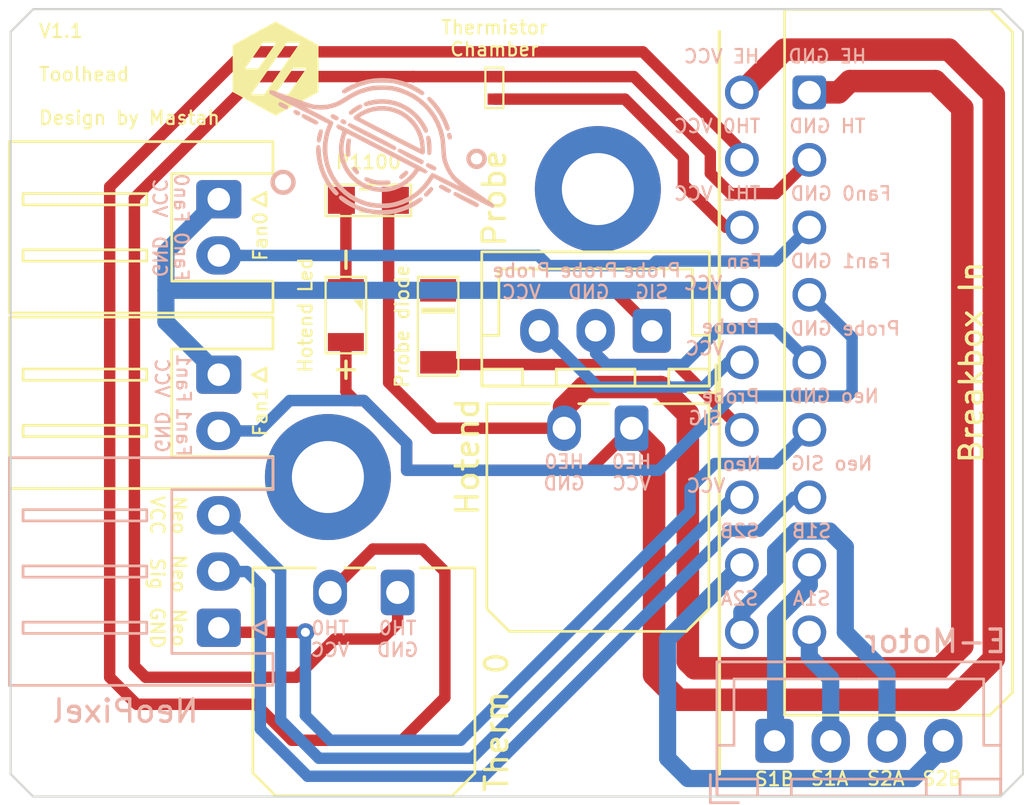
<source format=kicad_pcb>
(kicad_pcb (version 20211014) (generator pcbnew)
  (layers (0 "F.Cu" signal) (31 "B.Cu" signal) (34 "B.Paste" user) (35 "F.Paste" user) (36 "B.SilkS" user "B.Silkscreen") (37 "F.SilkS" user "F.Silkscreen") (38 "B.Mask" user) (39 "F.Mask" user) (44 "Edge.Cuts" user))
  (net 0 "")
  (footprint "voron_logo:voron_logo_5x5_negatif" (layer "F.Cu") (at 31.8 22.6)
    (fp_text reference "G***" hide)
    (fp_text value "LOGO" hide)
  )
  (footprint "voron_diode:BAS85,135" (layer "F.Cu") (at 39 34.1 -90)
    (fp_text reference "Probe filter diode" hide)
    (fp_text value "BAS85,135" hide)
    (pad "1" smd rect (at -1.6 0 270) (size 1 1.6) (layers "F.Cu" "F.Paste" "F.Mask"))
    (pad "2" smd rect (at 1.6 0 270) (size 1 1.6) (layers "F.Cu" "F.Paste" "F.Mask"))
  )
  (footprint "voron_resistor:CR0805-FX-1101ELF" (layer "F.Cu") (at 35.9 28.5)
    (fp_text reference "R1100" (at 0 -1.7 unlocked) (layer "F.SilkS") (effects (font (size 0.6 0.6) (thickness 0.1))))
    (fp_text value "CR0805-FX-1101ELF" hide)
    (pad "1" smd rect (at -1.2 0) (size 1.2 1.2) (layers "F.Cu" "F.Paste" "F.Mask"))
    (pad "2" smd rect (at 1.2 0) (size 1.2 1.2) (layers "F.Cu" "F.Paste" "F.Mask"))
  )
  (footprint "voron_led:150302RS73100" (layer "F.Cu") (at 34.9 33.6 90)
    (fp_text reference "Hotend Led" (at 0 -1.8 90 unlocked) (layer "F.SilkS") (effects (font (size 0.6 0.6) (thickness 0.1))))
    (fp_text value "150302RS73100" hide)
    (fp_text user "+" (at -2.43 -0.07 90 unlocked) (layer "F.SilkS"))
    (fp_text user "-" (at 2.46 -0.07 90 unlocked) (layer "F.SilkS"))
    (pad "1" smd rect (at -1.2 0 90) (size 0.8 1.6) (layers "F.Cu" "F.Paste" "F.Mask"))
    (pad "2" smd rect (at 1.2 0 90) (size 0.8 1.6) (layers "F.Cu" "F.Paste" "F.Mask"))
  )
  (footprint "Connector_JST:JST_XH_S2B-XH-A_1x02_P2.50mm_Horizontal" (layer "F.Cu") (at 29.25 36.25 -90)
    (fp_text reference "Fan1" (at 1.65 -1.85 90) (layer "F.SilkS") (effects (font (size 0.6 0.6) (thickness 0.1))))
    (fp_text value "JST_XH_S2B-XH-A_1x02_P2.50mm_Horizontal" hide)
    (pad "1" thru_hole roundrect (at 0 0 270) (size 1.7 2) (drill 1) (layers *.Cu *.Mask) (roundrect_rratio 0.1470588235))
    (pad "2" thru_hole oval (at 2.5 0 270) (size 1.7 2) (drill 1) (layers *.Cu *.Mask))
  )
  (footprint "Connector_Molex:Molex_Micro-Fit_3.0_43650-0200_1x02_P3.00mm_Horizontal" (layer "F.Cu") (at 47.6 38.63 180)
    (fp_text reference "Hotend" (at 7.3 -1.27 270) (layer "F.SilkS"))
    (fp_text value "Molex_Micro-Fit_3.0_43650-0200_1x02_P3.00mm_Horizontal" hide)
    (pad "" np_thru_hole circle (at 1.5 -4.32 180) (size 3 3) (drill 3) (layers *.Cu *.Mask))
    (pad "1" thru_hole roundrect (at 0 0 180) (size 1.5 2.02) (drill 1.02) (layers *.Cu *.Mask) (roundrect_rratio 0.1666673333))
    (pad "2" thru_hole oval (at 3 0 180) (size 1.5 2.02) (drill 1.02) (layers *.Cu *.Mask))
  )
  (footprint "MountingHole:MountingHole_3.2mm_M3_DIN965_Pad" (layer "F.Cu") (at 34.1 40.8)
    (fp_text reference "REF**" hide)
    (fp_text value "MountingHole_3.2mm_M3_DIN965_Pad" hide)
    (pad "1" thru_hole circle (at 0 0) (size 5.6 5.6) (drill 3.2) (layers *.Cu *.Mask))
  )
  (footprint "MountingHole:MountingHole_3.2mm_M3_DIN965_Pad" (layer "F.Cu") (at 46.1 28)
    (fp_text reference "REF**" hide)
    (fp_text value "MountingHole_3.2mm_M3_DIN965_Pad" hide)
    (pad "1" thru_hole circle (at 0 0) (size 5.6 5.6) (drill 3.2) (layers *.Cu *.Mask))
  )
  (footprint "Connector_JST:JST_XH_B3B-XH-A_1x03_P2.50mm_Vertical" (layer "F.Cu") (at 48.5 34.3 180)
    (fp_text reference "Probe" (at 7 5.9 270) (layer "F.SilkS"))
    (fp_text value "JST_XH_B3B-XH-A_1x03_P2.50mm_Vertical" hide)
    (pad "1" thru_hole roundrect (at 0 0 180) (size 1.7 1.95) (drill 0.95) (layers *.Cu *.Mask) (roundrect_rratio 0.1470588235))
    (pad "2" thru_hole oval (at 2.5 0 180) (size 1.7 1.95) (drill 0.95) (layers *.Cu *.Mask))
    (pad "3" thru_hole oval (at 5 0 180) (size 1.7 1.95) (drill 0.95) (layers *.Cu *.Mask))
  )
  (footprint "Connector_JST:JST_XH_S2B-XH-A_1x02_P2.50mm_Horizontal" (layer "F.Cu") (at 29.25 28.45 -90)
    (fp_text reference "Fan0" (at 1.65 -1.85 90) (layer "F.SilkS") (effects (font (size 0.6 0.6) (thickness 0.1))))
    (fp_text value "JST_XH_S2B-XH-A_1x02_P2.50mm_Horizontal" hide)
    (pad "1" thru_hole roundrect (at 0 0 270) (size 1.7 2) (drill 1) (layers *.Cu *.Mask) (roundrect_rratio 0.1470588235))
    (pad "2" thru_hole oval (at 2.5 0 270) (size 1.7 2) (drill 1) (layers *.Cu *.Mask))
  )
  (footprint "voron_thermistor:NTCS0402E3104FHT" (layer "F.Cu") (at 41.5 23.5 -90)
    (fp_text reference "Thermistor Chamber" hide)
    (fp_text value "NTCS0402E3104FHT" hide)
    (pad "1" smd rect (at -0.5015 -0.001 270) (size 0.5 0.6) (layers "F.Cu" "F.Paste" "F.Mask"))
    (pad "2" smd rect (at 0.5 0 270) (size 0.5 0.6) (layers "F.Cu" "F.Paste" "F.Mask"))
  )
  (footprint "Connector_Molex:Molex_Micro-Fit_3.0_43650-0200_1x02_P3.00mm_Horizontal" (layer "F.Cu") (at 37.2 45.93 180)
    (fp_text reference "Therm 0" (at -4.4 -5.77 270) (layer "F.SilkS"))
    (fp_text value "Molex_Micro-Fit_3.0_43650-0200_1x02_P3.00mm_Horizontal" hide)
    (pad "" np_thru_hole circle (at 1.5 -4.32 180) (size 3 3) (drill 3) (layers *.Cu *.Mask))
    (pad "1" thru_hole roundrect (at 0 0 180) (size 1.5 2.02) (drill 1.02) (layers *.Cu *.Mask) (roundrect_rratio 0.1666673333))
    (pad "2" thru_hole oval (at 3 0 180) (size 1.5 2.02) (drill 1.02) (layers *.Cu *.Mask))
  )
  (footprint "Connector_Molex:Molex_Micro-Fit_3.0_43045-1800_2x09_P3.00mm_Horizontal" (layer "F.Cu") (at 55.5 23.7 -90)
    (fp_text reference "Breakbox In" (at 12 -7.2 90) (layer "F.SilkS"))
    (fp_text value "Molex_Micro-Fit_3.0_43045-1800_2x09_P3.00mm_Horizontal" hide)
    (pad "" np_thru_hole circle (at 2.16 -4.32 270) (size 3 3) (drill 3) (layers *.Cu *.Mask))
    (pad "" np_thru_hole circle (at 21.86 -4.32 270) (size 3 3) (drill 3) (layers *.Cu *.Mask))
    (pad "1" thru_hole roundrect (at 0 0 270) (size 1.5 1.5) (drill 1.02) (layers *.Cu *.Mask) (roundrect_rratio 0.1666673333))
    (pad "2" thru_hole circle (at 3 0 270) (size 1.5 1.5) (drill 1.02) (layers *.Cu *.Mask))
    (pad "3" thru_hole circle (at 6 0 270) (size 1.5 1.5) (drill 1.02) (layers *.Cu *.Mask))
    (pad "4" thru_hole circle (at 9 0 270) (size 1.5 1.5) (drill 1.02) (layers *.Cu *.Mask))
    (pad "5" thru_hole circle (at 12 0 270) (size 1.5 1.5) (drill 1.02) (layers *.Cu *.Mask))
    (pad "6" thru_hole circle (at 15 0 270) (size 1.5 1.5) (drill 1.02) (layers *.Cu *.Mask))
    (pad "7" thru_hole circle (at 18 0 270) (size 1.5 1.5) (drill 1.02) (layers *.Cu *.Mask))
    (pad "8" thru_hole circle (at 21 0 270) (size 1.5 1.5) (drill 1.02) (layers *.Cu *.Mask))
    (pad "9" thru_hole circle (at 24 0 270) (size 1.5 1.5) (drill 1.02) (layers *.Cu *.Mask))
    (pad "10" thru_hole circle (at 0 3 270) (size 1.5 1.5) (drill 1.02) (layers *.Cu *.Mask))
    (pad "11" thru_hole circle (at 3 3 270) (size 1.5 1.5) (drill 1.02) (layers *.Cu *.Mask))
    (pad "12" thru_hole circle (at 6 3 270) (size 1.5 1.5) (drill 1.02) (layers *.Cu *.Mask))
    (pad "13" thru_hole circle (at 9 3 270) (size 1.5 1.5) (drill 1.02) (layers *.Cu *.Mask))
    (pad "14" thru_hole circle (at 12 3 270) (size 1.5 1.5) (drill 1.02) (layers *.Cu *.Mask))
    (pad "15" thru_hole circle (at 15 3 270) (size 1.5 1.5) (drill 1.02) (layers *.Cu *.Mask))
    (pad "16" thru_hole circle (at 18 3 270) (size 1.5 1.5) (drill 1.02) (layers *.Cu *.Mask))
    (pad "17" thru_hole circle (at 21 3 270) (size 1.5 1.5) (drill 1.02) (layers *.Cu *.Mask))
    (pad "18" thru_hole circle (at 24 3 270) (size 1.5 1.5) (drill 1.02) (layers *.Cu *.Mask))
  )
  (footprint "Connector_JST:JST_XH_S3B-XH-A_1x03_P2.50mm_Horizontal" (layer "B.Cu") (at 29.25 47.5 90)
    (fp_text reference "NeoPixel" (at -3.7 -4.15 180) (layer "B.SilkS") (effects (justify mirror)))
    (fp_text value "JST_XH_S3B-XH-A_1x03_P2.50mm_Horizontal" hide)
    (pad "1" thru_hole roundrect (at 0 0 90) (size 1.7 1.95) (drill 0.95) (layers *.Cu *.Mask) (roundrect_rratio 0.1470588235))
    (pad "2" thru_hole oval (at 2.5 0 90) (size 1.7 1.95) (drill 0.95) (layers *.Cu *.Mask))
    (pad "3" thru_hole oval (at 5 0 90) (size 1.7 1.95) (drill 0.95) (layers *.Cu *.Mask))
  )
  (footprint "voron_logo:black_hole_10x10" (layer "B.Cu") (at 36.5 26.1 180)
    (fp_text reference "G***" hide)
    (fp_text value "LOGO" hide)
  )
  (footprint "Connector_JST:JST_XH_B4B-XH-A_1x04_P2.50mm_Vertical" (layer "B.Cu") (at 53.95 52.525)
    (fp_text reference "E-Motor" (at 7.15 -4.425) (layer "B.SilkS") (effects (justify mirror)))
    (fp_text value "JST_XH_B4B-XH-A_1x04_P2.50mm_Vertical" hide)
    (pad "1" thru_hole roundrect (at 0 0) (size 1.7 1.95) (drill 0.95) (layers *.Cu *.Mask) (roundrect_rratio 0.1470588235))
    (pad "2" thru_hole oval (at 2.5 0) (size 1.7 1.95) (drill 0.95) (layers *.Cu *.Mask))
    (pad "3" thru_hole oval (at 5 0) (size 1.7 1.95) (drill 0.95) (layers *.Cu *.Mask))
    (pad "4" thru_hole oval (at 7.5 0) (size 1.7 1.95) (drill 0.95) (layers *.Cu *.Mask))
  )
  (gr_line (start 51.5 21) (end 51.5 54) (layer "F.SilkS") (width 0.15))
  (gr_line (start 20 21) (end 20 54) (layer "Edge.Cuts") (width 0.1))
  (gr_line (start 20 21) (end 21 20) (layer "Edge.Cuts") (width 0.1))
  (gr_line (start 64 55) (end 21 55) (layer "Edge.Cuts") (width 0.1))
  (gr_line (start 64 20) (end 65 21) (layer "Edge.Cuts") (width 0.1))
  (gr_line (start 20 54) (end 21 55) (layer "Edge.Cuts") (width 0.1))
  (gr_line (start 64 20) (end 21 20) (layer "Edge.Cuts") (width 0.1))
  (gr_line (start 65 21) (end 65 54) (layer "Edge.Cuts") (width 0.1))
  (gr_line (start 65 54) (end 64 55) (layer "Edge.Cuts") (width 0.1))
  (gr_text "Probe GND" (at 57.1 34.2) (layer "B.SilkS") (effects (font (size 0.6 0.6) (thickness 0.1)) (justify mirror)))
  (gr_text "Neo SIG" (at 56.5 40.2) (layer "B.SilkS") (effects (font (size 0.6 0.6) (thickness 0.1)) (justify mirror)))
  (gr_text "Fan\n        VCC" (at 52.6 31.7) (layer "B.SilkS") (effects (font (size 0.6 0.6) (thickness 0.1)) (justify mirror)))
  (gr_text "TH GND" (at 56.3 25.2) (layer "B.SilkS") (effects (font (size 0.6 0.6) (thickness 0.1)) (justify mirror)))
  (gr_text "S1B" (at 55.6 43.2) (layer "B.SilkS") (effects (font (size 0.6 0.6) (thickness 0.1)) (justify mirror)))
  (gr_text "TH0\nVCC" (at 34.2 48) (layer "B.SilkS") (effects (font (size 0.6 0.6) (thickness 0.1)) (justify mirror)))
  (gr_text "Neo GND" (at 56.6 37.2) (layer "B.SilkS") (effects (font (size 0.6 0.6) (thickness 0.1)) (justify mirror)))
  (gr_text "Fan0 GND" (at 56.9 28.2) (layer "B.SilkS") (effects (font (size 0.6 0.6) (thickness 0.1)) (justify mirror)))
  (gr_text "Fan1 GND" (at 56.9 31.2) (layer "B.SilkS") (effects (font (size 0.6 0.6) (thickness 0.1)) (justify mirror)))
  (gr_text "Fan1\nGND" (at 27.2 38.8 -90) (layer "B.SilkS") (effects (font (size 0.6 0.6) (thickness 0.1)) (justify mirror)))
  (gr_text "HE0\nVCC" (at 47.6 40.6) (layer "B.SilkS") (effects (font (size 0.6 0.6) (thickness 0.1)) (justify mirror)))
  (gr_text "HE GND" (at 56.3 22.1) (layer "B.SilkS") (effects (font (size 0.6 0.6) (thickness 0.1)) (justify mirror)))
  (gr_text "S2A" (at 52.4 46.2) (layer "B.SilkS") (effects (font (size 0.6 0.6) (thickness 0.1)) (justify mirror)))
  (gr_text "Probe\nSIG" (at 48.5 32.1) (layer "B.SilkS") (effects (font (size 0.6 0.6) (thickness 0.1)) (justify mirror)))
  (gr_text "Probe\n     VCC" (at 52 34.6) (layer "B.SilkS") (effects (font (size 0.6 0.6) (thickness 0.1)) (justify mirror)))
  (gr_text "Probe\nVCC" (at 42.7 32.1) (layer "B.SilkS") (effects (font (size 0.6 0.6) (thickness 0.1)) (justify mirror)))
  (gr_text "S2B" (at 52.4 43.2) (layer "B.SilkS") (effects (font (size 0.6 0.6) (thickness 0.1)) (justify mirror)))
  (gr_text "HE VCC" (at 51.6 22.1) (layer "B.SilkS") (effects (font (size 0.6 0.6) (thickness 0.1)) (justify mirror)))
  (gr_text "Neo\n       VCC" (at 52.5 40.7) (layer "B.SilkS") (effects (font (size 0.6 0.6) (thickness 0.1)) (justify mirror)))
  (gr_text "TH1 VCC" (at 51.4 28.2) (layer "B.SilkS") (effects (font (size 0.6 0.6) (thickness 0.1)) (justify mirror)))
  (gr_text "Probe\nGND" (at 45.7 32.1) (layer "B.SilkS") (effects (font (size 0.6 0.6) (thickness 0.1)) (justify mirror)))
  (gr_text "Fan0\nGND" (at 27.1 31 -90) (layer "B.SilkS") (effects (font (size 0.6 0.6) (thickness 0.1)) (justify mirror)))
  (gr_text "S1A" (at 55.6 46.2) (layer "B.SilkS") (effects (font (size 0.6 0.6) (thickness 0.1)) (justify mirror)))
  (gr_text "Fan0\nVCC" (at 27.1 28.4 -90) (layer "B.SilkS") (effects (font (size 0.6 0.6) (thickness 0.1)) (justify mirror)))
  (gr_text "TH0\nGND" (at 37.2 48) (layer "B.SilkS") (effects (font (size 0.6 0.6) (thickness 0.1)) (justify mirror)))
  (gr_text "Probe\n     SIG" (at 52 37.7) (layer "B.SilkS") (effects (font (size 0.6 0.6) (thickness 0.1)) (justify mirror)))
  (gr_text "TH0 VCC" (at 51.4 25.2) (layer "B.SilkS") (effects (font (size 0.6 0.6) (thickness 0.1)) (justify mirror)))
  (gr_text "HE0\nGND" (at 44.6 40.6) (layer "B.SilkS") (effects (font (size 0.6 0.6) (thickness 0.1)) (justify mirror)))
  (gr_text "Fan1\nVCC" (at 27.2 36.4 -90) (layer "B.SilkS") (effects (font (size 0.6 0.6) (thickness 0.1)) (justify mirror)))
  (gr_text "Neo\nVCC" (at 27 42.5 -90) (layer "F.SilkS") (effects (font (size 0.6 0.6) (thickness 0.1))))
  (gr_text "S2A" (at 58.9 54.2) (layer "F.SilkS") (effects (font (size 0.6 0.6) (thickness 0.1))))
  (gr_text "S1B" (at 53.95 54.225) (layer "F.SilkS") (effects (font (size 0.6 0.6) (thickness 0.1))))
  (gr_text "Neo\nGND" (at 27 47.5 -90) (layer "F.SilkS") (effects (font (size 0.6 0.6) (thickness 0.1))))
  (gr_text "Neo\nSig" (at 27 45.1 -90) (layer "F.SilkS") (effects (font (size 0.6 0.6) (thickness 0.1))))
  (gr_text "Probe diode" (at 37.4 34.1 90) (layer "F.SilkS") (effects (font (size 0.6 0.6) (thickness 0.1))))
  (gr_text "S1A" (at 56.4 54.2) (layer "F.SilkS") (effects (font (size 0.6 0.6) (thickness 0.1))))
  (gr_text "V1.1\n\nToolhead\n\nDesign by Mastah" (at 21.2 22.9) (layer "F.SilkS") (effects (font (size 0.6 0.6) (thickness 0.1)) (justify left)))
  (gr_text "Thermistor\nChamber" (at 41.5 21.3) (layer "F.SilkS") (effects (font (size 0.6 0.6) (thickness 0.1))))
  (gr_text "S2B" (at 61.4 54.2) (layer "F.SilkS") (effects (font (size 0.6 0.6) (thickness 0.1))))
  (segment (start 55.5 26.7) (end 54 28.2) (width 0.508) (layer "F.Cu") (net 0))
  (segment (start 37.6 40.5) (end 37.6 39.3) (width 0.508) (layer "F.Cu") (net 0))
  (segment (start 50.1 38) (end 48.9 36.8) (width 1) (layer "F.Cu") (net 0))
  (segment (start 37.9025 23) (end 37.901 22.9985) (width 0.508) (layer "F.Cu") (net 0))
  (segment (start 61.1 23.2) (end 62.3 24.4) (width 1) (layer "F.Cu") (net 0))
  (segment (start 52.5 29.7) (end 51.8 29.7) (width 0.508) (layer "F.Cu") (net 0))
  (segment (start 36.5 48) (end 37.2 47.3) (width 0.508) (layer "F.Cu") (net 0))
  (segment (start 51.1 27.3) (end 51.1 26.4) (width 0.508) (layer "F.Cu") (net 0))
  (segment (start 25.6 50.9) (end 30.9 50.9) (width 0.508) (layer "F.Cu") (net 0))
  (segment (start 34.4 48) (end 36.5 48) (width 0.508) (layer "F.Cu") (net 0))
  (segment (start 30.9 50.9) (end 32.5 52.5) (width 0.508) (layer "F.Cu") (net 0))
  (segment (start 57.3 23.2) (end 61.1 23.2) (width 1) (layer "F.Cu") (net 0))
  (segment (start 36.8 36.6) (end 38.83 38.63) (width 0.508) (layer "F.Cu") (net 0))
  (segment (start 24.4 27.9) (end 24.4 49.7) (width 0.508) (layer "F.Cu") (net 0))
  (segment (start 55.5 23.7) (end 56.8 23.7) (width 1) (layer "F.Cu") (net 0))
  (segment (start 63.7 48.875) (end 61.875 50.7) (width 1) (layer "F.Cu") (net 0))
  (segment (start 34.2 45.9) (end 34.2 45.93) (width 0.508) (layer "F.Cu") (net 0))
  (segment (start 32.5 52.5) (end 37.4 52.5) (width 0.508) (layer "F.Cu") (net 0))
  (segment (start 61.875 50.7) (end 49.7 50.7) (width 1) (layer "F.Cu") (net 0))
  (segment (start 51.1 26.4) (end 47.7 23) (width 0.508) (layer "F.Cu") (net 0))
  (segment (start 50.1 49) (end 50.1 38) (width 1) (layer "F.Cu") (net 0))
  (segment (start 54 28.2) (end 52 28.2) (width 0.508) (layer "F.Cu") (net 0))
  (segment (start 62.3 24.4) (end 62.3 48.3) (width 1) (layer "F.Cu") (net 0))
  (segment (start 47.7 23) (end 37.9025 23) (width 0.508) (layer "F.Cu") (net 0))
  (segment (start 37.1 28.5) (end 36.8 28.8) (width 0.508) (layer "F.Cu") (net 0))
  (segment (start 62.3 48.3) (end 61.3 49.3) (width 1) (layer "F.Cu") (net 0))
  (segment (start 52.5 26.7) (end 52.5 26.3) (width 0.508) (layer "F.Cu") (net 0))
  (segment (start 37.4 52.5) (end 39.3 50.6) (width 0.508) (layer "F.Cu") (net 0))
  (segment (start 25.5 49.2) (end 26 49.7) (width 0.508) (layer "F.Cu") (net 0))
  (segment (start 34.9 37) (end 34.9 34.8) (width 0.508) (layer "F.Cu") (net 0))
  (segment (start 39.3 45) (end 38.3 44) (width 0.508) (layer "F.Cu") (net 0))
  (segment (start 34.9 32.4) (end 34.9 28.7) (width 0.508) (layer "F.Cu") (net 0))
  (segment (start 48.1 21.9) (end 30.4 21.9) (width 0.508) (layer "F.Cu") (net 0))
  (segment (start 61.7 21.8) (end 63.7 23.8) (width 1) (layer "F.Cu") (net 0))
  (segment (start 44.6 37.7) (end 44.6 38.63) (width 1) (layer "F.Cu") (net 0))
  (segment (start 33.2015 22.9985) (end 33.2 23) (width 0.508) (layer "F.Cu") (net 0))
  (segment (start 45.73 40.5) (end 37.6 40.5) (width 0.508) (layer "F.Cu") (net 0))
  (segment (start 47.6 38.63) (end 45.73 40.5) (width 0.508) (layer "F.Cu") (net 0))
  (segment (start 29.45 47.7) (end 29.25 47.5) (width 0.508) (layer "F.Cu") (net 0))
  (segment (start 35.3 37.4) (end 34.9 37) (width 0.508) (layer "F.Cu") (net 0))
  (segment (start 33.2 23) (end 30.9 23) (width 0.508) (layer "F.Cu") (net 0))
  (segment (start 35.7 37.4) (end 35.3 37.4) (width 0.508) (layer "F.Cu") (net 0))
  (segment (start 48.6 39.63) (end 47.6 38.63) (width 1) (layer "F.Cu") (net 0))
  (segment (start 38.83 38.63) (end 44.6 38.63) (width 0.508) (layer "F.Cu") (net 0))
  (segment (start 54.4 21.8) (end 61.7 21.8) (width 1) (layer "F.Cu") (net 0))
  (segment (start 52.5 38.7) (end 49.6 35.8) (width 0.508) (layer "F.Cu") (net 0))
  (segment (start 48.6 49.6) (end 48.6 39.63) (width 1) (layer "F.Cu") (net 0))
  (segment (start 49.7 50.7) (end 48.6 49.6) (width 1) (layer "F.Cu") (net 0))
  (segment (start 32.7 49.7) (end 34.4 48) (width 0.508) (layer "F.Cu") (net 0))
  (segment (start 30.4 21.9) (end 24.4 27.9) (width 0.508) (layer "F.Cu") (net 0))
  (segment (start 61.3 49.3) (end 50.4 49.3) (width 1) (layer "F.Cu") (net 0))
  (segment (start 47.3 24) (end 41.5 24) (width 0.508) (layer "F.Cu") (net 0))
  (segment (start 46.8 32.5) (end 48.5 34.2) (width 0.508) (layer "F.Cu") (net 0))
  (segment (start 63.7 23.8) (end 63.7 48.875) (width 1) (layer "F.Cu") (net 0))
  (segment (start 49.6 35.8) (end 39.1 35.8) (width 0.508) (layer "F.Cu") (net 0))
  (segment (start 49.9 26.6) (end 47.3 24) (width 0.508) (layer "F.Cu") (net 0))
  (segment (start 39.1 35.8) (end 39 35.7) (width 0.508) (layer "F.Cu") (net 0))
  (segment (start 26 49.7) (end 32.7 49.7) (width 0.508) (layer "F.Cu") (net 0))
  (segment (start 36.8 28.8) (end 36.8 36.6) (width 0.508) (layer "F.Cu") (net 0))
  (segment (start 37.901 22.9985) (end 33.2015 22.9985) (width 0.508) (layer "F.Cu") (net 0))
  (segment (start 37.6 39.3) (end 35.7 37.4) (width 0.508) (layer "F.Cu") (net 0))
  (segment (start 30.9 23) (end 25.5 28.4) (width 0.508) (layer "F.Cu") (net 0))
  (segment (start 56.8 23.7) (end 57.3 23.2) (width 1) (layer "F.Cu") (net 0))
  (segment (start 50.4 49.3) (end 50.1 49) (width 1) (layer "F.Cu") (net 0))
  (segment (start 52.5 26.3) (end 48.1 21.9) (width 0.508) (layer "F.Cu") (net 0))
  (segment (start 45.5 36.8) (end 44.6 37.7) (width 1) (layer "F.Cu") (net 0))
  (segment (start 34.9 28.7) (end 34.7 28.5) (width 0.508) (layer "F.Cu") (net 0))
  (segment (start 52.5 23.7) (end 54.4 21.8) (width 1) (layer "F.Cu") (net 0))
  (segment (start 39.3 50.6) (end 39.3 45) (width 0.508) (layer "F.Cu") (net 0))
  (segment (start 37.2 47.3) (end 37.2 45.93) (width 0.508) (layer "F.Cu") (net 0))
  (segment (start 51.8 29.7) (end 49.9 27.8) (width 0.508) (layer "F.Cu") (net 0))
  (segment (start 36.1 44) (end 34.2 45.9) (width 0.508) (layer "F.Cu") (net 0))
  (segment (start 25.5 28.4) (end 25.5 49.2) (width 0.508) (layer "F.Cu") (net 0))
  (segment (start 38.3 44) (end 36.1 44) (width 0.508) (layer "F.Cu") (net 0))
  (segment (start 52 28.2) (end 51.1 27.3) (width 0.508) (layer "F.Cu") (net 0))
  (segment (start 33.1 47.7) (end 29.45 47.7) (width 0.508) (layer "F.Cu") (net 0))
  (segment (start 49.9 27.8) (end 49.9 26.6) (width 0.508) (layer "F.Cu") (net 0))
  (segment (start 39 32.5) (end 46.8 32.5) (width 0.508) (layer "F.Cu") (net 0))
  (segment (start 24.4 49.7) (end 25.6 50.9) (width 0.508) (layer "F.Cu") (net 0))
  (segment (start 48.9 36.8) (end 45.5 36.8) (width 1) (layer "F.Cu") (net 0))
  (via (at 33.1 47.7) (size 0.8) (drill 0.4) (layers "F.Cu" "B.Cu") (net 0))
  (segment (start 50.2 41.3) (end 51.3 40.2) (width 0.508) (layer "B.Cu") (net 0))
  (segment (start 33.1 51.4) (end 34.2 52.5) (width 0.508) (layer "B.Cu") (net 0))
  (segment (start 40 52.5) (end 50.2 42.3) (width 0.508) (layer "B.Cu") (net 0))
  (segment (start 26.9 30.8) (end 29.25 28.45) (width 0.762) (layer "B.Cu") (net 0))
  (segment (start 37.6 40.5) (end 37.6 39.3) (width 0.508) (layer "B.Cu") (net 0))
  (segment (start 31.05 38.75) (end 29.25 38.75) (width 0.508) (layer "B.Cu") (net 0))
  (segment (start 54 40.2) (end 55.5 38.7) (width 0.508) (layer "B.Cu") (net 0))
  (segment (start 32 45) (end 29.5 42.5) (width 0.508) (layer "B.Cu") (net 0))
  (segment (start 50.2 42.3) (end 50.2 41.3) (width 0.508) (layer "B.Cu") (net 0))
  (segment (start 51.5 34.2) (end 49.9 35.8) (width 0.508) (layer "B.Cu") (net 0))
  (segment (start 58.95 49.55) (end 58.95 52.525) (width 0.762) (layer "B.Cu") (net 0))
  (segment (start 54 47.1) (end 54 52.475) (width 0.762) (layer "B.Cu") (net 0))
  (segment (start 26.9 33.9) (end 29.25 36.25) (width 0.762) (layer "B.Cu") (net 0))
  (segment (start 46 35.3) (end 46 34.2) (width 0.508) (layer "B.Cu") (net 0))
  (segment (start 54 44.1) (end 54.9 43.2) (width 0.762) (layer "B.Cu") (net 0))
  (segment (start 52.1 37.2) (end 48.8 40.5) (width 0.508) (layer "B.Cu") (net 0))
  (segment (start 26.9 32.5) (end 26.9 30.8) (width 0.762) (layer "B.Cu") (net 0))
  (segment (start 57.1 47.7) (end 58.95 49.55) (width 0.762) (layer "B.Cu") (net 0))
  (segment (start 51.95 43.2) (end 41.05 54.1) (width 0.508) (layer "B.Cu") (net 0))
  (segment (start 43.45 30.95) (end 29.25 30.95) (width 0.508) (layer "B.Cu") (net 0))
  (segment (start 57.2 37.2) (end 52.1 37.2) (width 0.508) (layer "B.Cu") (net 0))
  (segment (start 55.5 47.7) (end 55.5 48.8) (width 0.762) (layer "B.Cu") (net 0))
  (segment (start 30.5 45) (end 29.25 45) (width 0.508) (layer "B.Cu") (net 0))
  (segment (start 46.5 35.8) (end 46 35.3) (width 0.508) (layer "B.Cu") (net 0))
  (segment (start 41.05 54.1) (end 33.2 54.1) (width 0.508) (layer "B.Cu") (net 0))
  (segment (start 54 52.475) (end 53.95 52.525) (width 0.762) (layer "B.Cu") (net 0))
  (segment (start 52.1 41.7) (end 40.5 53.3) (width 0.508) (layer "B.Cu") (net 0))
  (segment (start 56.4 43.2) (end 57.1 43.9) (width 0.762) (layer "B.Cu") (net 0))
  (segment (start 54.8 41.7) (end 53.3 43.2) (width 0.508) (layer "B.Cu") (net 0))
  (segment (start 55.5 44.7) (end 55.5 45.6) (width 0.762) (layer "B.Cu") (net 0))
  (segment (start 49.2 48) (end 52.5 44.7) (width 0.762) (layer "B.Cu") (net 0))
  (segment (start 55.5 41.7) (end 54.8 41.7) (width 0.508) (layer "B.Cu") (net 0))
  (segment (start 48.5 31.4) (end 43.9 31.4) (width 0.508) (layer "B.Cu") (net 0))
  (segment (start 56.45 49.75) (end 56.45 52.525) (width 0.762) (layer "B.Cu") (net 0))
  (segment (start 53.95 52.525) (end 54.05 52.625) (width 0.762) (layer "B.Cu") (net 0))
  (segment (start 54.9 43.2) (end 56.4 43.2) (width 0.762) (layer "B.Cu") (net 0))
  (segment (start 49.9 35.8) (end 46.5 35.8) (width 0.508) (layer "B.Cu") (net 0))
  (segment (start 51.3 40.2) (end 54 40.2) (width 0.508) (layer "B.Cu") (net 0))
  (segment (start 55.5 32.7) (end 57.4 34.6) (width 0.508) (layer "B.Cu") (net 0))
  (segment (start 29.5 42.5) (end 29.25 42.5) (width 0.508) (layer "B.Cu") (net 0))
  (segment (start 52.5 32.7) (end 52.3 32.5) (width 0.762) (layer "B.Cu") (net 0))
  (segment (start 55.5 48.8) (end 56.45 49.75) (width 0.762) (layer "B.Cu") (net 0))
  (segment (start 60.1 54.2) (end 50.1 54.2) (width 0.762) (layer "B.Cu") (net 0))
  (segment (start 57.4 34.6) (end 57.4 37) (width 0.508) (layer "B.Cu") (net 0))
  (segment (start 46.1 36.8) (end 43.5 34.2) (width 0.508) (layer "B.Cu") (net 0))
  (segment (start 33.2 54.1) (end 31.1 52) (width 0.508) (layer "B.Cu") (net 0))
  (segment (start 32 51.6) (end 32 45) (width 0.508) (layer "B.Cu") (net 0))
  (segment (start 53.3 43.2) (end 51.95 43.2) (width 0.508) (layer "B.Cu") (net 0))
  (segment (start 57.4 37) (end 57.2 37.2) (width 0.508) (layer "B.Cu") (net 0))
  (segment (start 33.7 53.3) (end 32 51.6) (width 0.508) (layer "B.Cu") (net 0))
  (segment (start 32.4 37.4) (end 31.05 38.75) (width 0.508) (layer "B.Cu") (net 0))
  (segment (start 48.8 40.5) (end 37.6 40.5) (width 0.508) (layer "B.Cu") (net 0))
  (segment (start 61.45 52.525) (end 61.45 52.85) (width 0.762) (layer "B.Cu") (net 0))
  (segment (start 43.9 31.4) (end 43.45 30.95) (width 0.508) (layer "B.Cu") (net 0))
  (segment (start 33.1 47.7) (end 33.1 51.4) (width 0.508) (layer "B.Cu") (net 0))
  (segment (start 61.45 52.85) (end 60.1 54.2) (width 0.762) (layer "B.Cu") (net 0))
  (segment (start 50.8 36.8) (end 46.1 36.8) (width 0.508) (layer "B.Cu") (net 0))
  (segment (start 31.1 45.6) (end 30.5 45) (width 0.508) (layer "B.Cu") (net 0))
  (segment (start 26.9 32.5) (end 26.9 33.9) (width 0.762) (layer "B.Cu") (net 0))
  (segment (start 51.9 35.7) (end 50.8 36.8) (width 0.508) (layer "B.Cu") (net 0))
  (segment (start 52.5 47.7) (end 52.5 46.8) (width 0.762) (layer "B.Cu") (net 0))
  (segment (start 54 31.2) (end 48.7 31.2) (width 0.508) (layer "B.Cu") (net 0))
  (segment (start 52.3 32.5) (end 26.9 32.5) (width 0.762) (layer "B.Cu") (net 0))
  (segment (start 49.2 53.3) (end 49.2 48) (width 0.762) (layer "B.Cu") (net 0))
  (segment (start 52.5 41.7) (end 52.1 41.7) (width 0.508) (layer "B.Cu") (net 0))
  (segment (start 55.5 29.7) (end 54 31.2) (width 0.508) (layer "B.Cu") (net 0))
  (segment (start 54 34.2) (end 51.5 34.2) (width 0.508) (layer "B.Cu") (net 0))
  (segment (start 34.2 52.5) (end 40 52.5) (width 0.508) (layer "B.Cu") (net 0))
  (segment (start 52.5 46.8) (end 54 45.3) (width 0.762) (layer "B.Cu") (net 0))
  (segment (start 35.7 37.4) (end 32.4 37.4) (width 0.508) (layer "B.Cu") (net 0))
  (segment (start 31.1 52) (end 31.1 45.6) (width 0.508) (layer "B.Cu") (net 0))
  (segment (start 54 45.3) (end 54 44.1) (width 0.762) (layer "B.Cu") (net 0))
  (segment (start 48.7 31.2) (end 48.5 31.4) (width 0.508) (layer "B.Cu") (net 0))
  (segment (start 40.5 53.3) (end 33.7 53.3) (width 0.508) (layer "B.Cu") (net 0))
  (segment (start 55.5 45.6) (end 54 47.1) (width 0.762) (layer "B.Cu") (net 0))
  (segment (start 57.1 43.9) (end 57.1 47.7) (width 0.762) (layer "B.Cu") (net 0))
  (segment (start 55.5 35.7) (end 54 34.2) (width 0.508) (layer "B.Cu") (net 0))
  (segment (start 37.6 39.3) (end 35.7 37.4) (width 0.508) (layer "B.Cu") (net 0))
  (segment (start 52.5 35.7) (end 51.9 35.7) (width 0.508) (layer "B.Cu") (net 0))
  (segment (start 50.1 54.2) (end 49.2 53.3) (width 0.762) (layer "B.Cu") (net 0))
)
</source>
